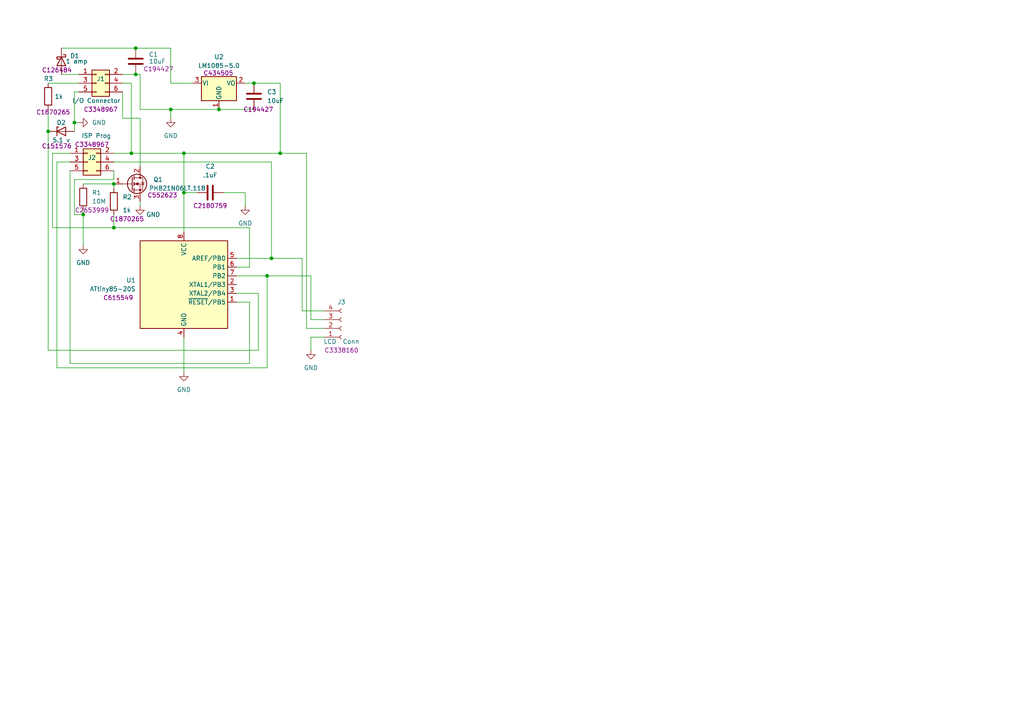
<source format=kicad_sch>
(kicad_sch (version 20211123) (generator eeschema)
  (paper "A4")
  (title_block (title "Oil Pressure with Low Indicator Switch") (date "2022-12-30") (rev "1") (company "alshowto.com"))
  (lib_symbols
    (symbol "Connector:Conn_01x04_Female" (pin_names (offset 1.016) hide)
      (property "Reference" "J" (at 0 5.08 0))
      (property "Value" "Conn_01x04_Female" (at 0 -7.62 0))
      (symbol "Conn_01x04_Female_1_1"
        (arc (start 0 -4.572) (mid -0.508 -5.08) (end 0 -5.588) (stroke (width 0.1524)))
        (arc (start 0 -2.032) (mid -0.508 -2.54) (end 0 -3.048) (stroke (width 0.1524)))
        (polyline (pts (xy -1.27 -5.08) (xy -0.508 -5.08)) (stroke (width 0.1524)))
        (polyline (pts (xy -1.27 -2.54) (xy -0.508 -2.54)) (stroke (width 0.1524)))
        (polyline (pts (xy -1.27 0) (xy -0.508 0)) (stroke (width 0.1524)))
        (polyline (pts (xy -1.27 2.54) (xy -0.508 2.54)) (stroke (width 0.1524)))
        (arc (start 0 0.508) (mid -0.508 0) (end 0 -0.508) (stroke (width 0.1524)))
        (arc (start 0 3.048) (mid -0.508 2.54) (end 0 2.032) (stroke (width 0.1524)))
        (pin passive line (at -5.08 2.54 0) (length 3.81) (name "Pin_1") (number "1"))
        (pin passive line (at -5.08 0 0) (length 3.81) (name "Pin_2") (number "2"))
        (pin passive line (at -5.08 -2.54 0) (length 3.81) (name "Pin_3") (number "3"))
        (pin passive line (at -5.08 -5.08 0) (length 3.81) (name "Pin_4") (number "4"))
      )
    )
    (symbol "Connector_Generic:Conn_02x03_Odd_Even" (pin_names (offset 1.016) hide)
      (property "Reference" "J" (at 1.27 5.08 0))
      (property "Value" "Conn_02x03_Odd_Even" (at 1.27 -5.08 0))
      (symbol "Conn_02x03_Odd_Even_1_1"
        (rectangle (start -1.27 -2.413) (end 0 -2.667) (stroke (width 0.1524)))
        (rectangle (start -1.27 0.127) (end 0 -0.127) (stroke (width 0.1524)))
        (rectangle (start -1.27 2.667) (end 0 2.413) (stroke (width 0.1524)))
        (rectangle (start -1.27 3.81) (end 3.81 -3.81) (stroke (width 0.254)) (fill (type background)))
        (rectangle (start 3.81 -2.413) (end 2.54 -2.667) (stroke (width 0.1524)))
        (rectangle (start 3.81 0.127) (end 2.54 -0.127) (stroke (width 0.1524)))
        (rectangle (start 3.81 2.667) (end 2.54 2.413) (stroke (width 0.1524)))
        (pin passive line (at -5.08 2.54 0) (length 3.81) (name "Pin_1") (number "1"))
        (pin passive line (at 7.62 2.54 180) (length 3.81) (name "Pin_2") (number "2"))
        (pin passive line (at -5.08 0 0) (length 3.81) (name "Pin_3") (number "3"))
        (pin passive line (at 7.62 0 180) (length 3.81) (name "Pin_4") (number "4"))
        (pin passive line (at -5.08 -2.54 0) (length 3.81) (name "Pin_5") (number "5"))
        (pin passive line (at 7.62 -2.54 180) (length 3.81) (name "Pin_6") (number "6"))
      )
    )
    (symbol "Device:C" (pin_numbers hide) (pin_names (offset 0.254))
      (property "Reference" "C" (at 0.635 2.54 0))
      (property "Value" "C" (at 0.635 -2.54 0))
      (symbol "C_0_1"
        (polyline (pts (xy -2.032 -0.762) (xy 2.032 -0.762)) (stroke (width 0.508)))
        (polyline (pts (xy -2.032 0.762) (xy 2.032 0.762)) (stroke (width 0.508)))
      )
      (symbol "C_1_1"
        (pin passive line (at 0 3.81 270) (length 2.794) (name "~") (number "1"))
        (pin passive line (at 0 -3.81 90) (length 2.794) (name "~") (number "2"))
      )
    )
    (symbol "Device:D_Schottky" (pin_numbers hide) (pin_names (offset 1.016) hide)
      (property "Reference" "D" (at 0 2.54 0))
      (property "Value" "D_Schottky" (at 0 -2.54 0))
      (symbol "D_Schottky_0_1"
        (polyline (pts (xy 1.27 0) (xy -1.27 0)))
        (polyline (pts (xy 1.27 1.27) (xy 1.27 -1.27) (xy -1.27 0) (xy 1.27 1.27)) (stroke (width 0.254)))
        (polyline (pts (xy -1.905 0.635) (xy -1.905 1.27) (xy -1.27 1.27) (xy -1.27 -1.27) (xy -0.635 -1.27) (xy -0.635 -0.635)) (stroke (width 0.254)))
      )
      (symbol "D_Schottky_1_1"
        (pin passive line (at -3.81 0 0) (length 2.54) (name "K") (number "1"))
        (pin passive line (at 3.81 0 180) (length 2.54) (name "A") (number "2"))
      )
    )
    (symbol "Device:D_Zener" (pin_numbers hide) (pin_names (offset 1.016) hide)
      (property "Reference" "D" (at 0 2.54 0))
      (property "Value" "D_Zener" (at 0 -2.54 0))
      (symbol "D_Zener_0_1"
        (polyline (pts (xy 1.27 0) (xy -1.27 0)))
        (polyline (pts (xy -1.27 -1.27) (xy -1.27 1.27) (xy -0.762 1.27)) (stroke (width 0.254)))
        (polyline (pts (xy 1.27 -1.27) (xy 1.27 1.27) (xy -1.27 0) (xy 1.27 -1.27)) (stroke (width 0.254)))
      )
      (symbol "D_Zener_1_1"
        (pin passive line (at -3.81 0 0) (length 2.54) (name "K") (number "1"))
        (pin passive line (at 3.81 0 180) (length 2.54) (name "A") (number "2"))
      )
    )
    (symbol "Device:R" (pin_numbers hide) (pin_names (offset 0))
      (property "Reference" "R" (at 2.032 0 90))
      (property "Value" "R" (at 0 0 90))
      (symbol "R_0_1"
        (rectangle (start -1.016 -2.54) (end 1.016 2.54) (stroke (width 0.254)))
      )
      (symbol "R_1_1"
        (pin passive line (at 0 3.81 270) (length 1.27) (name "~") (number "1"))
        (pin passive line (at 0 -3.81 90) (length 1.27) (name "~") (number "2"))
      )
    )
    (symbol "MCU_Microchip_ATtiny:ATtiny85-20S"
      (property "Reference" "U" (at -12.7 13.97 0))
      (property "Value" "ATtiny85-20S" (at 2.54 -13.97 0))
      (symbol "ATtiny85-20S_0_1"
        (rectangle (start -12.7 -12.7) (end 12.7 12.7) (stroke (width 0.254)) (fill (type background)))
      )
      (symbol "ATtiny85-20S_1_1"
        (pin bidirectional line (at 15.24 -5.08 180) (length 2.54) (name "~{RESET}/PB5") (number "1"))
        (pin bidirectional line (at 15.24 0 180) (length 2.54) (name "XTAL1/PB3") (number "2"))
        (pin bidirectional line (at 15.24 -2.54 180) (length 2.54) (name "XTAL2/PB4") (number "3"))
        (pin power_in line (at 0 -15.24 90) (length 2.54) (name "GND") (number "4"))
        (pin bidirectional line (at 15.24 7.62 180) (length 2.54) (name "AREF/PB0") (number "5"))
        (pin bidirectional line (at 15.24 5.08 180) (length 2.54) (name "PB1") (number "6"))
        (pin bidirectional line (at 15.24 2.54 180) (length 2.54) (name "PB2") (number "7"))
        (pin power_in line (at 0 15.24 270) (length 2.54) (name "VCC") (number "8"))
      )
    )
    (symbol "Regulator_Linear:LM1085-5.0" (pin_names (offset 0.254))
      (property "Reference" "U" (at -3.81 3.175 0))
      (property "Value" "LM1085-5.0" (at 0 3.175 0))
      (symbol "LM1085-5.0_0_1"
        (rectangle (start -5.08 1.905) (end 5.08 -5.08) (stroke (width 0.254)) (fill (type background)))
      )
      (symbol "LM1085-5.0_1_1"
        (pin power_in line (at 0 -7.62 90) (length 2.54) (name "GND") (number "1"))
        (pin power_out line (at 7.62 0 180) (length 2.54) (name "VO") (number "2"))
        (pin power_in line (at -7.62 0 0) (length 2.54) (name "VI") (number "3"))
      )
    )
    (symbol "Transistor_FET:STB15N80K5" (pin_names hide)
      (property "Reference" "Q" (at 5.08 1.905 0))
      (property "Value" "STB15N80K5" (at 5.08 0 0))
      (symbol "STB15N80K5_0_1"
        (polyline (pts (xy 0.254 0) (xy -2.54 0)))
        (polyline (pts (xy 0.254 1.905) (xy 0.254 -1.905)) (stroke (width 0.254)))
        (polyline (pts (xy 0.762 -1.27) (xy 0.762 -2.286)) (stroke (width 0.254)))
        (polyline (pts (xy 0.762 0.508) (xy 0.762 -0.508)) (stroke (width 0.254)))
        (polyline (pts (xy 0.762 2.286) (xy 0.762 1.27)) (stroke (width 0.254)))
        (polyline (pts (xy 2.54 2.54) (xy 2.54 1.778)))
        (polyline (pts (xy 2.54 -2.54) (xy 2.54 0) (xy 0.762 0)))
        (polyline (pts (xy 0.762 -1.778) (xy 3.302 -1.778) (xy 3.302 1.778) (xy 0.762 1.778)))
        (polyline (pts (xy 1.016 0) (xy 2.032 0.381) (xy 2.032 -0.381) (xy 1.016 0)) (fill (type outline)))
        (polyline (pts (xy 2.794 0.508) (xy 2.921 0.381) (xy 3.683 0.381) (xy 3.81 0.254)))
        (polyline (pts (xy 3.302 0.381) (xy 2.921 -0.254) (xy 3.683 -0.254) (xy 3.302 0.381)))
        (circle (center 1.651 0) (radius 2.794) (stroke (width 0.254)))
        (circle (center 2.54 -1.778) (radius 0.254) (fill (type outline)))
        (circle (center 2.54 1.778) (radius 0.254) (fill (type outline)))
      )
      (symbol "STB15N80K5_1_1"
        (pin passive line (at -5.08 0 0) (length 2.54) (name "G") (number "1"))
        (pin passive line (at 2.54 5.08 270) (length 2.54) (name "D") (number "2"))
        (pin passive line (at 2.54 -5.08 90) (length 2.54) (name "S") (number "3"))
      )
    )
    (symbol "power:GND" (power) (pin_names (offset 0))
      (property "Value" "GND" (at 0 -3.81 0))
      (symbol "GND_0_1"
        (polyline (pts (xy 0 0) (xy 0 -1.27) (xy 1.27 -1.27) (xy 0 -2.54) (xy -1.27 -1.27) (xy 0 -1.27)))
      )
      (symbol "GND_1_1"
        (pin power_in line (at 0 0 270) (length 0) hide (name "GND") (number "1"))
      )
    )
  )
  (junction (at 78.74 74.93))
  (junction (at 38.1 44.45))
  (junction (at 81.28 44.45))
  (junction (at 13.97 38.1))
  (junction (at 63.5 31.75))
  (junction (at 21.59 35.56))
  (junction (at 39.37 13.97))
  (junction (at 24.13 62.23))
  (junction (at 33.02 53.34))
  (junction (at 73.66 24.13))
  (junction (at 77.47 80.01))
  (junction (at 49.53 31.75))
  (junction (at 33.02 66.04))
  (junction (at 39.37 21.59))
  (junction (at 53.34 44.45))
  (junction (at 53.34 55.88))
  (wire (pts (xy 35.56 24.13) (xy 38.1 24.13)))
  (wire (pts (xy 72.39 77.47) (xy 68.58 77.47)))
  (wire (pts (xy 77.47 80.01) (xy 90.17 80.01)))
  (wire (pts (xy 88.9 95.25) (xy 88.9 44.45)))
  (wire (pts (xy 78.74 46.99) (xy 78.74 74.93)))
  (wire (pts (xy 88.9 44.45) (xy 81.28 44.45)))
  (wire (pts (xy 72.39 66.04) (xy 72.39 77.47)))
  (wire (pts (xy 15.24 44.45) (xy 15.24 66.04)))
  (wire (pts (xy 64.77 55.88) (xy 71.12 55.88)))
  (wire (pts (xy 33.02 53.34) (xy 33.02 54.61)))
  (wire (pts (xy 21.59 62.23) (xy 24.13 62.23)))
  (wire (pts (xy 22.86 26.67) (xy 21.59 26.67)))
  (wire (pts (xy 33.02 62.23) (xy 33.02 66.04)))
  (wire (pts (xy 73.66 24.13) (xy 81.28 24.13)))
  (wire (pts (xy 53.34 55.88) (xy 57.15 55.88)))
  (wire (pts (xy 68.58 85.09) (xy 74.93 85.09)))
  (wire (pts (xy 74.93 101.6) (xy 74.93 85.09)))
  (wire (pts (xy 53.34 97.79) (xy 53.34 107.95)))
  (wire (pts (xy 17.78 13.97) (xy 39.37 13.97)))
  (wire (pts (xy 81.28 44.45) (xy 53.34 44.45)))
  (wire (pts (xy 20.32 105.41) (xy 72.39 105.41)))
  (wire (pts (xy 39.37 21.59) (xy 40.64 21.59)))
  (wire (pts (xy 81.28 24.13) (xy 81.28 44.45)))
  (wire (pts (xy 90.17 97.79) (xy 90.17 101.6)))
  (wire (pts (xy 49.53 31.75) (xy 63.5 31.75)))
  (wire (pts (xy 24.13 53.34) (xy 33.02 53.34)))
  (wire (pts (xy 21.59 26.67) (xy 21.59 35.56)))
  (wire (pts (xy 88.9 95.25) (xy 93.98 95.25)))
  (wire (pts (xy 33.02 66.04) (xy 72.39 66.04)))
  (wire (pts (xy 21.59 35.56) (xy 22.86 35.56)))
  (wire (pts (xy 63.5 31.75) (xy 73.66 31.75)))
  (wire (pts (xy 90.17 92.71) (xy 93.98 92.71)))
  (wire (pts (xy 40.64 21.59) (xy 40.64 31.75)))
  (wire (pts (xy 13.97 38.1) (xy 13.97 101.6)))
  (wire (pts (xy 40.64 58.42) (xy 40.64 59.69)))
  (wire (pts (xy 90.17 80.01) (xy 90.17 92.71)))
  (wire (pts (xy 38.1 44.45) (xy 33.02 44.45)))
  (wire (pts (xy 40.64 48.26) (xy 40.64 34.29)))
  (wire (pts (xy 13.97 31.75) (xy 13.97 38.1)))
  (wire (pts (xy 72.39 105.41) (xy 72.39 87.63)))
  (wire (pts (xy 38.1 24.13) (xy 38.1 44.45)))
  (wire (pts (xy 49.53 31.75) (xy 49.53 34.29)))
  (wire (pts (xy 35.56 34.29) (xy 40.64 34.29)))
  (wire (pts (xy 16.51 106.68) (xy 77.47 106.68)))
  (wire (pts (xy 87.63 74.93) (xy 87.63 90.17)))
  (wire (pts (xy 68.58 74.93) (xy 78.74 74.93)))
  (wire (pts (xy 87.63 90.17) (xy 93.98 90.17)))
  (wire (pts (xy 21.59 35.56) (xy 21.59 38.1)))
  (wire (pts (xy 13.97 101.6) (xy 74.93 101.6)))
  (wire (pts (xy 33.02 46.99) (xy 78.74 46.99)))
  (wire (pts (xy 49.53 13.97) (xy 49.53 24.13)))
  (wire (pts (xy 17.78 21.59) (xy 22.86 21.59)))
  (wire (pts (xy 72.39 87.63) (xy 68.58 87.63)))
  (wire (pts (xy 20.32 49.53) (xy 20.32 105.41)))
  (wire (pts (xy 15.24 66.04) (xy 33.02 66.04)))
  (wire (pts (xy 53.34 55.88) (xy 53.34 67.31)))
  (wire (pts (xy 39.37 13.97) (xy 49.53 13.97)))
  (wire (pts (xy 71.12 24.13) (xy 73.66 24.13)))
  (wire (pts (xy 24.13 60.96) (xy 24.13 62.23)))
  (wire (pts (xy 49.53 24.13) (xy 55.88 24.13)))
  (wire (pts (xy 21.59 52.07) (xy 21.59 62.23)))
  (wire (pts (xy 68.58 80.01) (xy 77.47 80.01)))
  (wire (pts (xy 78.74 74.93) (xy 87.63 74.93)))
  (wire (pts (xy 53.34 44.45) (xy 53.34 55.88)))
  (wire (pts (xy 35.56 26.67) (xy 35.56 34.29)))
  (wire (pts (xy 77.47 106.68) (xy 77.47 80.01)))
  (wire (pts (xy 24.13 62.23) (xy 24.13 71.12)))
  (wire (pts (xy 33.02 49.53) (xy 33.02 52.07)))
  (wire (pts (xy 53.34 44.45) (xy 38.1 44.45)))
  (wire (pts (xy 20.32 44.45) (xy 15.24 44.45)))
  (wire (pts (xy 16.51 46.99) (xy 16.51 106.68)))
  (wire (pts (xy 13.97 24.13) (xy 22.86 24.13)))
  (wire (pts (xy 33.02 52.07) (xy 21.59 52.07)))
  (wire (pts (xy 20.32 46.99) (xy 16.51 46.99)))
  (wire (pts (xy 40.64 31.75) (xy 49.53 31.75)))
  (wire (pts (xy 93.98 97.79) (xy 90.17 97.79)))
  (wire (pts (xy 35.56 21.59) (xy 39.37 21.59)))
  (wire (pts (xy 71.12 55.88) (xy 71.12 59.69)))
  (symbol (lib_id "power:GND") (at 49.53 34.29 0) (unit 1)
    (property "Reference" "#PWR0105" (effects hide))
    (property "Value" "GND" (at 49.53 39.37 0))
  )
  (symbol (lib_id "Regulator_Linear:LM1085-5.0") (at 63.5 24.13 0) (unit 1)
    (property "Reference" "U2" (at 63.5 16.51 0))
    (property "Value" "LM1085-5.0" (at 63.5 19.05 0))
    (property "Footprint" "Package_TO_SOT_SMD:TO-263-3_TabPin2" (effects hide))
    (property "Datasheet" "http://www.ti.com/lit/ds/symlink/lm1085.pdf" (effects hide))
    (property "LCSC" "C434505" (at 63.3382 21.2004 0))
  )
  (symbol (lib_id "Connector_Generic:Conn_02x03_Odd_Even") (at 27.94 24.13 0) (unit 1)
    (property "Reference" "J1" (at 29.21 22.86 0))
    (property "Value" "I/O Connector" (at 27.94 29.21 0))
    (property "Footprint" "Connector_PinHeader_2.54mm:PinHeader_2x03_P2.54mm_Vertical" (effects hide))
    (property "Datasheet" "https://www.mouser.com/datasheet/2/418/6/ENG_CD_146258_J_146258_1_c_dwg-2007702.pdf" (effects hide))
    (property "LCSC" "C3348967" (at 29.21 31.75 0))
  )
  (symbol (lib_id "power:GND") (at 22.86 35.56 90) (unit 1)
    (property "Reference" "#PWR0101" (effects hide))
    (property "Value" "GND" (at 26.67 35.5599 90) (effects (justify right)))
  )
  (symbol (lib_id "Device:R") (at 24.13 57.15 0) (unit 1)
    (property "Reference" "R1" (at 26.67 55.8799 0) (effects (justify left)))
    (property "Value" "10M" (at 26.67 58.4199 0) (effects (justify left)))
    (property "Footprint" "Resistor_SMD:R_0603_1608Metric_Pad0.98x0.95mm_HandSolder" (effects hide))
    (property "Datasheet" "https://datasheet.lcsc.com/lcsc/1811021340_YAGEO-RC0603JR-0710ML_C141675.pdf" (effects hide))
    (property "LCSC" "C2653999" (at 26.67 60.96 0))
  )
  (symbol (lib_id "power:GND") (at 53.34 107.95 0) (unit 1)
    (property "Reference" "#PWR0106" (effects hide))
    (property "Value" "GND" (at 53.34 113.03 0))
  )
  (symbol (lib_id "Connector:Conn_01x04_Female") (at 99.06 95.25 0) (mirror x) (unit 1)
    (property "Reference" "J3" (at 99.06 87.63 0))
    (property "Value" "LCD  Conn" (at 99.06 99.06 0))
    (property "Footprint" "Connector_PinHeader_2.54mm:PinHeader_1x04_P2.54mm_Vertical" (effects hide))
    (property "Datasheet" "https://cdn.amphenol-cs.com/media/wysiwyg/files/documentation/datasheet/boardwiretoboard/bwb_bergstik.pdf" (effects hide))
    (property "LCSC" "C3338160" (at 99.06 101.6 0))
  )
  (symbol (lib_id "power:GND") (at 40.64 59.69 0) (unit 1)
    (property "Reference" "#PWR0102" (effects hide))
    (property "Value" "GND" (at 44.45 62.23 0))
  )
  (symbol (lib_id "power:GND") (at 71.12 59.69 0) (unit 1)
    (property "Reference" "#PWR0103" (effects hide))
    (property "Value" "GND" (at 71.12 64.77 0))
  )
  (symbol (lib_id "Connector_Generic:Conn_02x03_Odd_Even") (at 25.4 46.99 0) (unit 1)
    (property "Reference" "J2" (at 26.67 45.72 0))
    (property "Value" "ISP Prog" (at 27.94 39.37 0))
    (property "Footprint" "Connector_PinHeader_2.54mm:PinHeader_2x03_P2.54mm_Vertical" (effects hide))
    (property "Datasheet" "https://www.mouser.com/datasheet/2/418/6/ENG_CD_146258_J_146258_1_c_dwg-2007702.pdf" (effects hide))
    (property "LCSC" "C3348967" (at 26.67 41.91 0))
  )
  (symbol (lib_id "MCU_Microchip_ATtiny:ATtiny85-20S") (at 53.34 82.55 0) (unit 1)
    (property "Reference" "U1" (at 39.37 81.2799 0) (effects (justify right)))
    (property "Value" "ATtiny85-20S" (at 39.37 83.8199 0) (effects (justify right)))
    (property "Footprint" "Package_SO:SOIC-8W_5.3x5.3mm_P1.27mm" (effects hide))
    (property "Datasheet" "http://ww1.microchip.com/downloads/en/DeviceDoc/atmel-2586-avr-8-bit-microcontroller-attiny25-attiny45-attiny85_datasheet.pdf" (effects hide))
    (property "LCSC" "C615549" (at 34.29 86.36 0))
  )
  (symbol (lib_id "power:GND") (at 90.17 101.6 0) (unit 1)
    (property "Reference" "#PWR0107" (effects hide))
    (property "Value" "GND" (at 90.17 106.68 0))
  )
  (symbol (lib_id "Device:D_Schottky") (at 17.78 17.78 270) (unit 1)
    (property "Reference" "D1" (at 20.32 16.1924 90) (effects (justify left)))
    (property "Value" "1 amp" (at 19.05 17.78 90) (effects (justify left)))
    (property "Footprint" "Diode_SMD:D_SOD-123F" (effects hide))
    (property "Datasheet" "https://www.smc-diodes.com/propdf/DSS12U%20THRU%20DSS125U%20N1873%20REV.A.pdf" (effects hide))
    (property "LCSC" "C126484" (at 16.51 20.32 90))
  )
  (symbol (lib_id "power:GND") (at 24.13 71.12 0) (unit 1)
    (property "Reference" "#PWR0104" (effects hide))
    (property "Value" "GND" (at 24.13 76.2 0))
  )
  (symbol (lib_id "Device:R") (at 13.97 27.94 0) (unit 1)
    (property "Reference" "R3" (at 12.7 22.86 0) (effects (justify left)))
    (property "Value" "1k" (at 15.8443 28.0053 0) (effects (justify left)))
    (property "Footprint" "Resistor_SMD:R_0603_1608Metric_Pad0.98x0.95mm_HandSolder" (effects hide))
    (property "Datasheet" "https://datasheet.lcsc.com/lcsc/2201272330_BOURNS-CR0603AFX-1001ELF_C1870265.pdf" (effects hide))
    (property "LCSC" "C1870265" (at 15.4313 32.5478 0))
  )
  (symbol (lib_id "Device:C") (at 39.37 17.78 0) (unit 1)
    (property "Reference" "C1" (at 43.1545 15.7877 0) (effects (justify left)))
    (property "Value" "10uF" (at 43.1545 17.7961 0) (effects (justify left)))
    (property "Footprint" "Capacitor_SMD:C_0603_1608Metric_Pad1.08x0.95mm_HandSolder" (effects hide))
    (property "Datasheet" "https://datasheet.lcsc.com/lcsc/2101281737_Murata-Electronics-GRM188R6YA106MA73D_C194427.pdf" (effects hide))
    (property "LCSC" "C194427" (at 45.9664 20.0055 0))
  )
  (symbol (lib_id "Device:C") (at 73.66 27.94 0) (unit 1)
    (property "Reference" "C3" (at 77.47 26.6699 0) (effects (justify left)))
    (property "Value" "10uF" (at 77.47 29.2099 0) (effects (justify left)))
    (property "Footprint" "Capacitor_SMD:C_0603_1608Metric_Pad1.08x0.95mm_HandSolder" (effects hide))
    (property "Datasheet" "https://datasheet.lcsc.com/lcsc/2202041130_TDK-C0603X5R1E104K030BB_C2180759.pdf" (effects hide))
    (property "LCSC" "C194427" (at 74.93 31.75 0))
  )
  (symbol (lib_id "Transistor_FET:STB15N80K5") (at 38.1 53.34 0) (unit 1)
    (property "Reference" "Q1" (at 44.45 52.0699 0) (effects (justify left)))
    (property "Value" "PHB21N06LT,118" (at 43.18 54.61 0) (effects (justify left)))
    (property "Footprint" "Package_TO_SOT_SMD:TO-263-2" (effects hide))
    (property "Datasheet" "https://www.st.com/resource/en/datasheet/stb15n80k5.pdf" (effects hide))
    (property "LCSC" "C552623" (at 47.1064 56.5901 0))
  )
  (symbol (lib_id "Device:D_Zener") (at 17.78 38.1 0) (unit 1)
    (property "Reference" "D2" (at 17.78 35.56 0))
    (property "Value" "5.1 v" (at 17.78 40.64 0))
    (property "Footprint" "Diode_SMD:D_SOD-123" (effects hide))
    (property "Datasheet" "https://datasheet.lcsc.com/lcsc/1806041025_Diodes-Incorporated-DDZ5V1B-7_C151576.pdf" (effects hide))
    (property "LCSC" "C151576" (at 16.4637 42.3556 0))
  )
  (symbol (lib_id "Device:C") (at 60.96 55.88 90) (unit 1)
    (property "Reference" "C2" (at 60.96 48.26 90))
    (property "Value" ".1uF" (at 60.96 50.8 90))
    (property "Footprint" "Capacitor_SMD:C_0603_1608Metric_Pad1.08x0.95mm_HandSolder" (effects hide))
    (property "Datasheet" "https://datasheet.lcsc.com/lcsc/2202041130_TDK-C0603X5R1E104K030BB_C2180759.pdf" (effects hide))
    (property "LCSC" "C2180759" (at 60.96 59.69 90))
  )
  (symbol (lib_id "Device:R") (at 33.02 58.42 180) (unit 1)
    (property "Reference" "R2" (at 35.56 57.1499 0) (effects (justify right)))
    (property "Value" "1k" (at 35.56 60.96 0) (effects (justify right)))
    (property "Footprint" "Resistor_SMD:R_0603_1608Metric_Pad0.98x0.95mm_HandSolder" (effects hide))
    (property "Datasheet" "https://datasheet.lcsc.com/lcsc/2201272330_BOURNS-CR0603AFX-1001ELF_C1870265.pdf" (effects hide))
    (property "LCSC" "C1870265" (at 36.83 63.5 0))
  )
)
</source>
